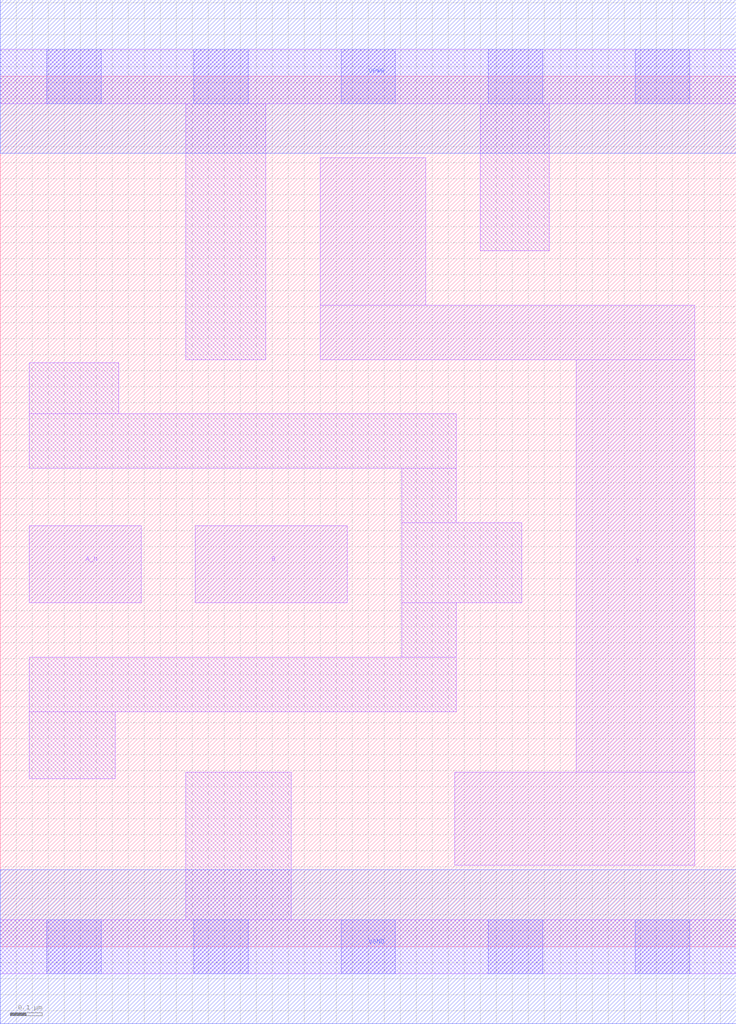
<source format=lef>
# Copyright 2020 The SkyWater PDK Authors
#
# Licensed under the Apache License, Version 2.0 (the "License");
# you may not use this file except in compliance with the License.
# You may obtain a copy of the License at
#
#     https://www.apache.org/licenses/LICENSE-2.0
#
# Unless required by applicable law or agreed to in writing, software
# distributed under the License is distributed on an "AS IS" BASIS,
# WITHOUT WARRANTIES OR CONDITIONS OF ANY KIND, either express or implied.
# See the License for the specific language governing permissions and
# limitations under the License.
#
# SPDX-License-Identifier: Apache-2.0

VERSION 5.7 ;
  NAMESCASESENSITIVE ON ;
  NOWIREEXTENSIONATPIN ON ;
  DIVIDERCHAR "/" ;
  BUSBITCHARS "[]" ;
UNITS
  DATABASE MICRONS 200 ;
END UNITS
MACRO sky130_fd_sc_hd__nand2b_1
  CLASS CORE ;
  FOREIGN sky130_fd_sc_hd__nand2b_1 ;
  ORIGIN  0.000000  0.000000 ;
  SIZE  2.300000 BY  2.720000 ;
  SYMMETRY X Y R90 ;
  SITE unithd ;
  PIN A_N
    ANTENNAGATEAREA  0.126000 ;
    DIRECTION INPUT ;
    USE SIGNAL ;
    PORT
      LAYER li1 ;
        RECT 0.090000 1.075000 0.440000 1.315000 ;
    END
  END A_N
  PIN B
    ANTENNAGATEAREA  0.247500 ;
    DIRECTION INPUT ;
    USE SIGNAL ;
    PORT
      LAYER li1 ;
        RECT 0.610000 1.075000 1.085000 1.315000 ;
    END
  END B
  PIN Y
    ANTENNADIFFAREA  0.439000 ;
    DIRECTION OUTPUT ;
    USE SIGNAL ;
    PORT
      LAYER li1 ;
        RECT 1.000000 1.835000 2.170000 2.005000 ;
        RECT 1.000000 2.005000 1.330000 2.465000 ;
        RECT 1.420000 0.255000 2.170000 0.545000 ;
        RECT 1.800000 0.545000 2.170000 1.835000 ;
    END
  END Y
  PIN VGND
    DIRECTION INOUT ;
    SHAPE ABUTMENT ;
    USE GROUND ;
    PORT
      LAYER met1 ;
        RECT 0.000000 -0.240000 2.300000 0.240000 ;
    END
  END VGND
  PIN VPWR
    DIRECTION INOUT ;
    SHAPE ABUTMENT ;
    USE POWER ;
    PORT
      LAYER met1 ;
        RECT 0.000000 2.480000 2.300000 2.960000 ;
    END
  END VPWR
  OBS
    LAYER li1 ;
      RECT 0.000000 -0.085000 2.300000 0.085000 ;
      RECT 0.000000  2.635000 2.300000 2.805000 ;
      RECT 0.090000  0.525000 0.360000 0.735000 ;
      RECT 0.090000  0.735000 1.425000 0.905000 ;
      RECT 0.090000  1.495000 1.425000 1.665000 ;
      RECT 0.090000  1.665000 0.370000 1.825000 ;
      RECT 0.580000  0.085000 0.910000 0.545000 ;
      RECT 0.580000  1.835000 0.830000 2.635000 ;
      RECT 1.255000  0.905000 1.425000 1.075000 ;
      RECT 1.255000  1.075000 1.630000 1.325000 ;
      RECT 1.255000  1.325000 1.425000 1.495000 ;
      RECT 1.500000  2.175000 1.715000 2.635000 ;
    LAYER mcon ;
      RECT 0.145000 -0.085000 0.315000 0.085000 ;
      RECT 0.145000  2.635000 0.315000 2.805000 ;
      RECT 0.605000 -0.085000 0.775000 0.085000 ;
      RECT 0.605000  2.635000 0.775000 2.805000 ;
      RECT 1.065000 -0.085000 1.235000 0.085000 ;
      RECT 1.065000  2.635000 1.235000 2.805000 ;
      RECT 1.525000 -0.085000 1.695000 0.085000 ;
      RECT 1.525000  2.635000 1.695000 2.805000 ;
      RECT 1.985000 -0.085000 2.155000 0.085000 ;
      RECT 1.985000  2.635000 2.155000 2.805000 ;
  END
END sky130_fd_sc_hd__nand2b_1
END LIBRARY

</source>
